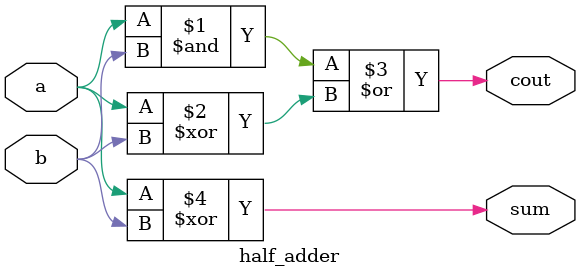
<source format=v>
module half_adder( 
input a, b,
output cout, sum );
assign	cout = (a & b) | (a ^ b);
assign	sum = a ^ b;
endmodule

</source>
